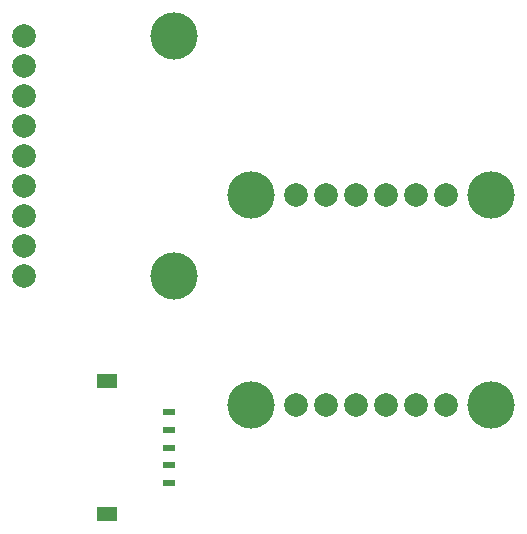
<source format=gbr>
%TF.GenerationSoftware,KiCad,Pcbnew,(5.1.10)-1*%
%TF.CreationDate,2022-06-07T21:04:52-07:00*%
%TF.ProjectId,solar-panel-side-Z,736f6c61-722d-4706-916e-656c2d736964,1.1*%
%TF.SameCoordinates,Original*%
%TF.FileFunction,Paste,Bot*%
%TF.FilePolarity,Positive*%
%FSLAX46Y46*%
G04 Gerber Fmt 4.6, Leading zero omitted, Abs format (unit mm)*
G04 Created by KiCad (PCBNEW (5.1.10)-1) date 2022-06-07 21:04:52*
%MOMM*%
%LPD*%
G01*
G04 APERTURE LIST*
%ADD10C,2.000000*%
%ADD11C,4.000000*%
%ADD12R,1.800000X1.250000*%
%ADD13R,1.000000X0.600000*%
G04 APERTURE END LIST*
D10*
%TO.C,U4*%
X147190000Y-76610000D03*
X144650000Y-76610000D03*
D11*
X140840000Y-76610000D03*
D10*
X157350000Y-76610000D03*
D11*
X161160000Y-76610000D03*
D10*
X154810000Y-76610000D03*
X152270000Y-76610000D03*
X149730000Y-76610000D03*
D11*
X161160000Y-94390000D03*
D10*
X154810000Y-94390000D03*
X152270000Y-94390000D03*
X157350000Y-94390000D03*
X144650000Y-94390000D03*
X147190000Y-94390000D03*
X149730000Y-94390000D03*
D11*
X140840000Y-94390000D03*
%TD*%
D12*
%TO.C,J1*%
X128668000Y-92360001D03*
X128668000Y-103569999D03*
D13*
X133858000Y-94964999D03*
X133858000Y-96464999D03*
X133858000Y-97965001D03*
X133858000Y-99465000D03*
X133858000Y-100965000D03*
%TD*%
D10*
%TO.C,U5*%
X121650000Y-75790000D03*
X121650000Y-73250000D03*
X121650000Y-70710000D03*
X121650000Y-83410000D03*
X121650000Y-78330000D03*
X121650000Y-80870000D03*
D11*
X134350000Y-63090000D03*
X134350000Y-83410000D03*
D10*
X121650000Y-65630000D03*
X121650000Y-68170000D03*
X121650000Y-63090000D03*
%TD*%
M02*

</source>
